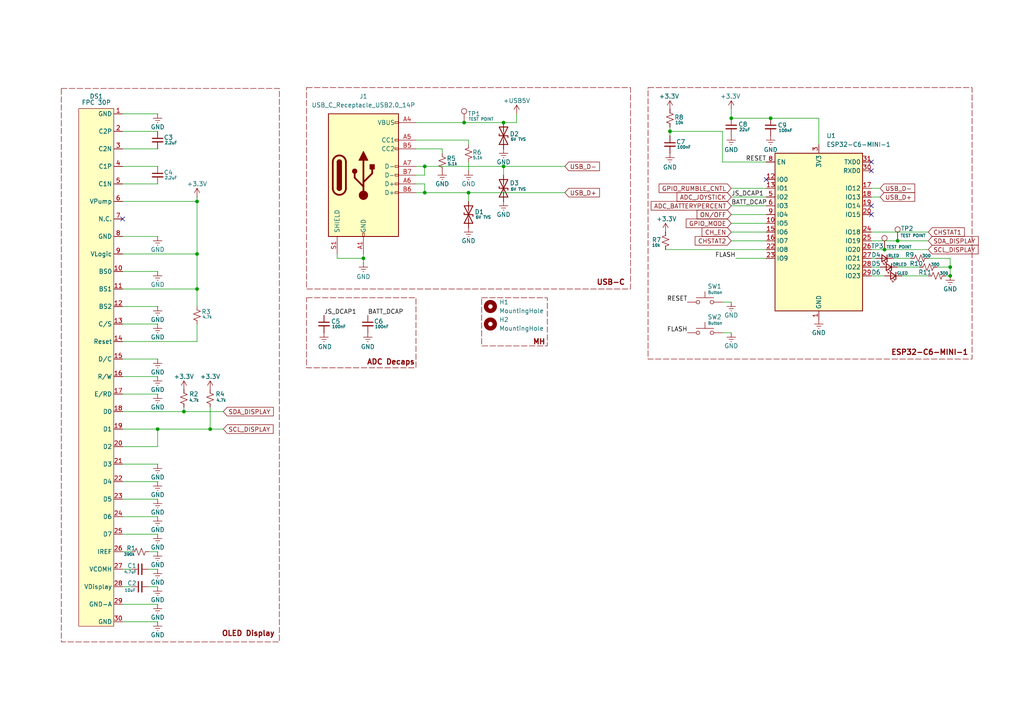
<source format=kicad_sch>
(kicad_sch (version 20250114) (generator "eeschema") (generator_version "9.0")
  (paper "A4")
  (lib_symbols
    (symbol "Connector:TestPoint" (pin_numbers (hide yes)) (pin_names (offset 0.762) (hide yes))
      (property "Reference" "TP" (at 0 6.858 0))
      (property "Value" "TestPoint" (at 0 5.08 0))
      (symbol "TestPoint_0_1"
        (circle (center 0 3.302) (radius 0.762))
      )
      (symbol "TestPoint_1_1"
        (pin passive line (at 0 0 90) (length 2.54) (name "1") (number "1"))
      )
    )
    (symbol "Connector:USB_C_Receptacle_USB2.0_14P" (pin_names (offset 1.016))
      (property "Reference" "J" (at 0 22.225 0))
      (property "Value" "USB_C_Receptacle_USB2.0_14P" (at 0 19.685 0))
      (symbol "USB_C_Receptacle_USB2.0_14P_0_0"
        (rectangle (start -0.254 -17.78) (end 0.254 -16.764))
        (rectangle (start 10.16 15.494) (end 9.144 14.986))
        (rectangle (start 10.16 10.414) (end 9.144 9.906))
        (rectangle (start 10.16 7.874) (end 9.144 7.366))
        (rectangle (start 10.16 2.794) (end 9.144 2.286))
        (rectangle (start 10.16 0.254) (end 9.144 -0.254))
        (rectangle (start 10.16 -2.286) (end 9.144 -2.794))
        (rectangle (start 10.16 -4.826) (end 9.144 -5.334))
      )
      (symbol "USB_C_Receptacle_USB2.0_14P_0_1"
        (rectangle (start -10.16 17.78) (end 10.16 -17.78) (stroke (width 0.254)) (fill (type background)))
        (polyline (pts (xy -8.89 -3.81) (xy -8.89 3.81)) (stroke (width 0.508)))
        (rectangle (start -7.62 -3.81) (end -6.35 3.81) (stroke (width 0.254)) (fill (type outline)))
        (arc (start -7.62 3.81) (mid -6.985 4.4423) (end -6.35 3.81) (stroke (width 0.254)))
        (arc (start -7.62 3.81) (mid -6.985 4.4423) (end -6.35 3.81) (stroke (width 0.254)) (fill (type outline)))
        (arc (start -8.89 3.81) (mid -6.985 5.7067) (end -5.08 3.81) (stroke (width 0.508)))
        (arc (start -5.08 -3.81) (mid -6.985 -5.7067) (end -8.89 -3.81) (stroke (width 0.508)))
        (arc (start -6.35 -3.81) (mid -6.985 -4.4423) (end -7.62 -3.81) (stroke (width 0.254)))
        (arc (start -6.35 -3.81) (mid -6.985 -4.4423) (end -7.62 -3.81) (stroke (width 0.254)) (fill (type outline)))
        (polyline (pts (xy -5.08 3.81) (xy -5.08 -3.81)) (stroke (width 0.508)))
        (circle (center -2.54 1.143) (radius 0.635) (stroke (width 0.254)) (fill (type outline)))
        (polyline (pts (xy -1.27 4.318) (xy 0 6.858) (xy 1.27 4.318) (xy -1.27 4.318)) (stroke (width 0.254)) (fill (type outline)))
        (polyline (pts (xy 0 -2.032) (xy 2.54 0.508) (xy 2.54 1.778)) (stroke (width 0.508)))
        (polyline (pts (xy 0 -3.302) (xy -2.54 -0.762) (xy -2.54 0.508)) (stroke (width 0.508)))
        (polyline (pts (xy 0 -5.842) (xy 0 4.318)) (stroke (width 0.508)))
        (circle (center 0 -5.842) (radius 1.27) (fill (type outline)))
        (rectangle (start 1.905 1.778) (end 3.175 3.048) (stroke (width 0.254)) (fill (type outline)))
      )
      (symbol "USB_C_Receptacle_USB2.0_14P_1_1"
        (pin passive line (at -7.62 -22.86 90) (length 5.08) (name "SHIELD") (number "S1"))
        (pin passive line (at 0 -22.86 90) (length 5.08) (name "GND") (number "A1"))
        (pin passive line (at 0 -22.86 90) (length 5.08) (hide yes) (name "GND") (number "A12"))
        (pin passive line (at 0 -22.86 90) (length 5.08) (hide yes) (name "GND") (number "B1"))
        (pin passive line (at 0 -22.86 90) (length 5.08) (hide yes) (name "GND") (number "B12"))
        (pin passive line (at 15.24 15.24 180) (length 5.08) (name "VBUS") (number "A4"))
        (pin passive line (at 15.24 15.24 180) (length 5.08) (hide yes) (name "VBUS") (number "A9"))
        (pin passive line (at 15.24 15.24 180) (length 5.08) (hide yes) (name "VBUS") (number "B4"))
        (pin passive line (at 15.24 15.24 180) (length 5.08) (hide yes) (name "VBUS") (number "B9"))
        (pin bidirectional line (at 15.24 10.16 180) (length 5.08) (name "CC1") (number "A5"))
        (pin bidirectional line (at 15.24 7.62 180) (length 5.08) (name "CC2") (number "B5"))
        (pin bidirectional line (at 15.24 2.54 180) (length 5.08) (name "D-") (number "A7"))
        (pin bidirectional line (at 15.24 0 180) (length 5.08) (name "D-") (number "B7"))
        (pin bidirectional line (at 15.24 -2.54 180) (length 5.08) (name "D+") (number "A6"))
        (pin bidirectional line (at 15.24 -5.08 180) (length 5.08) (name "D+") (number "B6"))
      )
    )
    (symbol "Device:C_Small" (pin_numbers (hide yes)) (pin_names (offset 0.254) (hide yes))
      (property "Reference" "C" (at 0.254 1.778 0))
      (property "Value" "C_Small" (at 0.254 -2.032 0))
      (symbol "C_Small_0_1"
        (polyline (pts (xy -1.524 0.508) (xy 1.524 0.508)) (stroke (width 0.3048)))
        (polyline (pts (xy -1.524 -0.508) (xy 1.524 -0.508)) (stroke (width 0.3302)))
      )
      (symbol "C_Small_1_1"
        (pin passive line (at 0 2.54 270) (length 2.032) (name "~") (number "1"))
        (pin passive line (at 0 -2.54 90) (length 2.032) (name "~") (number "2"))
      )
    )
    (symbol "Device:D_TVS" (pin_numbers (hide yes)) (pin_names (offset 1.016) (hide yes))
      (property "Reference" "D" (at 0 2.54 0))
      (property "Value" "D_TVS" (at 0 -2.54 0))
      (symbol "D_TVS_0_1"
        (polyline (pts (xy -2.54 1.27) (xy -2.54 -1.27) (xy 2.54 1.27) (xy 2.54 -1.27) (xy -2.54 1.27)) (stroke (width 0.254)))
        (polyline (pts (xy 0.508 1.27) (xy 0 1.27) (xy 0 -1.27) (xy -0.508 -1.27)) (stroke (width 0.254)))
        (polyline (pts (xy 1.27 0) (xy -1.27 0)))
      )
      (symbol "D_TVS_1_1"
        (pin passive line (at -3.81 0 0) (length 2.54) (name "A1") (number "1"))
        (pin passive line (at 3.81 0 180) (length 2.54) (name "A2") (number "2"))
      )
    )
    (symbol "Device:LED_Small" (pin_numbers (hide yes)) (pin_names (offset 0.254) (hide yes))
      (property "Reference" "D" (at -1.27 3.175 0))
      (property "Value" "LED_Small" (at -4.445 -2.54 0))
      (symbol "LED_Small_0_1"
        (polyline (pts (xy -0.762 -1.016) (xy -0.762 1.016)) (stroke (width 0.254)))
        (polyline (pts (xy 0 0.762) (xy -0.508 1.27) (xy -0.254 1.27) (xy -0.508 1.27) (xy -0.508 1.016)))
        (polyline (pts (xy 0.508 1.27) (xy 0 1.778) (xy 0.254 1.778) (xy 0 1.778) (xy 0 1.524)))
        (polyline (pts (xy 0.762 -1.016) (xy -0.762 0) (xy 0.762 1.016) (xy 0.762 -1.016)) (stroke (width 0.254)))
        (polyline (pts (xy 1.016 0) (xy -0.762 0)))
      )
      (symbol "LED_Small_1_1"
        (pin passive line (at -2.54 0 0) (length 1.778) (name "K") (number "1"))
        (pin passive line (at 2.54 0 180) (length 1.778) (name "A") (number "2"))
      )
    )
    (symbol "Device:R_Small_US" (pin_numbers (hide yes)) (pin_names (offset 0.254) (hide yes))
      (property "Reference" "R" (at 0.762 0.508 0))
      (property "Value" "R_Small_US" (at 0.762 -1.016 0))
      (symbol "R_Small_US_1_1"
        (polyline (pts (xy 0 1.524) (xy 1.016 1.143) (xy 0 0.762) (xy -1.016 0.381) (xy 0 0)))
        (polyline (pts (xy 0 0) (xy 1.016 -0.381) (xy 0 -0.762) (xy -1.016 -1.143) (xy 0 -1.524)))
        (pin passive line (at 0 2.54 270) (length 1.016) (name "~") (number "1"))
        (pin passive line (at 0 -2.54 90) (length 1.016) (name "~") (number "2"))
      )
    )
    (symbol "Mechanical:MountingHole" (pin_names (offset 1.016)) (exclude_from_sim yes) (in_bom no)
      (property "Reference" "H" (at 0 5.08 0))
      (property "Value" "MountingHole" (at 0 3.175 0))
      (symbol "MountingHole_0_1"
        (circle (center 0 0) (radius 1.27) (stroke (width 1.27)))
      )
    )
    (symbol "RC_Lib:ER-OLED013A1-1W_SSD1306"
      (property "Reference" "DS2" (at 0 76.2 0))
      (property "Value" "FPC 0.7mm 30P" (at 0 74.422 0))
      (symbol "ER-OLED013A1-1W_SSD1306_0_0"
        (pin passive line (at 7.62 71.12 180) (length 2.54) (name "GND") (number "1"))
        (pin passive line (at 7.62 66.04 180) (length 2.54) (name "C2P") (number "2"))
        (pin passive line (at 7.62 60.96 180) (length 2.54) (name "C2N") (number "3"))
        (pin passive line (at 7.62 55.88 180) (length 2.54) (name "C1P") (number "4"))
        (pin passive line (at 7.62 50.8 180) (length 2.54) (name "C1N") (number "5"))
        (pin passive line (at 7.62 45.72 180) (length 2.54) (name "VPump") (number "6"))
        (pin passive line (at 7.62 40.64 180) (length 2.54) (name "N.C.") (number "7"))
        (pin passive line (at 7.62 35.56 180) (length 2.54) (name "GND") (number "8"))
        (pin passive line (at 7.62 30.48 180) (length 2.54) (name "VLogic") (number "9"))
        (pin passive line (at 7.62 25.4 180) (length 2.54) (name "BS0") (number "10"))
        (pin passive line (at 7.62 20.32 180) (length 2.54) (name "BS1") (number "11"))
        (pin passive line (at 7.62 15.24 180) (length 2.54) (name "BS2") (number "12"))
        (pin passive line (at 7.62 10.16 180) (length 2.54) (name "C/S") (number "13"))
        (pin passive line (at 7.62 5.08 180) (length 2.54) (name "Reset") (number "14"))
        (pin passive line (at 7.62 0 180) (length 2.54) (name "D/C") (number "15"))
        (pin passive line (at 7.62 -5.08 180) (length 2.54) (name "R/W") (number "16"))
        (pin passive line (at 7.62 -10.16 180) (length 2.54) (name "E/RD") (number "17"))
        (pin passive line (at 7.62 -15.24 180) (length 2.54) (name "D0") (number "18"))
        (pin passive line (at 7.62 -20.32 180) (length 2.54) (name "D1") (number "19"))
        (pin passive line (at 7.62 -25.4 180) (length 2.54) (name "D2") (number "20"))
        (pin passive line (at 7.62 -30.48 180) (length 2.54) (name "D3") (number "21"))
        (pin passive line (at 7.62 -35.56 180) (length 2.54) (name "D4") (number "22"))
        (pin passive line (at 7.62 -40.64 180) (length 2.54) (name "D5") (number "23"))
        (pin passive line (at 7.62 -45.72 180) (length 2.54) (name "D6") (number "24"))
        (pin passive line (at 7.62 -50.8 180) (length 2.54) (name "D7") (number "25"))
        (pin passive line (at 7.62 -55.88 180) (length 2.54) (name "IREF") (number "26"))
        (pin passive line (at 7.62 -60.96 180) (length 2.54) (name "VCOMH") (number "27"))
        (pin passive line (at 7.62 -66.04 180) (length 2.54) (name "VDisplay") (number "28"))
        (pin passive line (at 7.62 -71.12 180) (length 2.54) (name "GND-A") (number "29"))
        (pin passive line (at 7.62 -76.2 180) (length 2.54) (name "GND") (number "30"))
      )
      (symbol "ER-OLED013A1-1W_SSD1306_1_1"
        (rectangle (start -5.08 72.644) (end 5.08 -77.47) (fill (type background)))
      )
    )
    (symbol "RF_Module:ESP32-C6-MINI-1"
      (property "Reference" "U" (at -11.43 24.13 0))
      (property "Value" "ESP32-C6-MINI-1" (at 12.7 24.13 0))
      (symbol "ESP32-C6-MINI-1_0_1"
        (rectangle (start -12.7 22.86) (end 12.7 -22.86) (stroke (width 0.254)) (fill (type background)))
      )
      (symbol "ESP32-C6-MINI-1_1_1"
        (pin input line (at -15.24 20.32 0) (length 2.54) (name "EN") (number "8"))
        (pin bidirectional line (at -15.24 15.24 0) (length 2.54) (name "IO0") (number "12"))
        (pin bidirectional line (at -15.24 12.7 0) (length 2.54) (name "IO1") (number "13"))
        (pin bidirectional line (at -15.24 10.16 0) (length 2.54) (name "IO2") (number "5"))
        (pin bidirectional line (at -15.24 7.62 0) (length 2.54) (name "IO3") (number "6"))
        (pin bidirectional line (at -15.24 5.08 0) (length 2.54) (name "IO4") (number "9"))
        (pin bidirectional line (at -15.24 2.54 0) (length 2.54) (name "IO5") (number "10"))
        (pin bidirectional line (at -15.24 0 0) (length 2.54) (name "IO6") (number "15"))
        (pin bidirectional line (at -15.24 -2.54 0) (length 2.54) (name "IO7") (number "16"))
        (pin bidirectional line (at -15.24 -5.08 0) (length 2.54) (name "IO8") (number "22"))
        (pin bidirectional line (at -15.24 -7.62 0) (length 2.54) (name "IO9") (number "23"))
        (pin no_connect line (at -12.7 -12.7 0) (length 2.54) (hide yes) (name "NC") (number "32"))
        (pin no_connect line (at -12.7 -15.24 0) (length 2.54) (hide yes) (name "NC") (number "33"))
        (pin no_connect line (at -12.7 -17.78 0) (length 2.54) (hide yes) (name "NC") (number "34"))
        (pin no_connect line (at -12.7 -20.32 0) (length 2.54) (hide yes) (name "NC") (number "35"))
        (pin power_in line (at 0 25.4 270) (length 2.54) (name "3V3") (number "3"))
        (pin power_in line (at 0 -25.4 90) (length 2.54) (name "GND") (number "1"))
        (pin passive line (at 0 -25.4 90) (length 2.54) (hide yes) (name "GND") (number "11"))
        (pin passive line (at 0 -25.4 90) (length 2.54) (hide yes) (name "GND") (number "14"))
        (pin passive line (at 0 -25.4 90) (length 2.54) (hide yes) (name "GND") (number "2"))
        (pin passive line (at 0 -25.4 90) (length 2.54) (hide yes) (name "GND") (number "36"))
        (pin passive line (at 0 -25.4 90) (length 2.54) (hide yes) (name "GND") (number "37"))
        (pin passive line (at 0 -25.4 90) (length 2.54) (hide yes) (name "GND") (number "38"))
        (pin passive line (at 0 -25.4 90) (length 2.54) (hide yes) (name "GND") (number "39"))
        (pin passive line (at 0 -25.4 90) (length 2.54) (hide yes) (name "GND") (number "40"))
        (pin passive line (at 0 -25.4 90) (length 2.54) (hide yes) (name "GND") (number "41"))
        (pin passive line (at 0 -25.4 90) (length 2.54) (hide yes) (name "GND") (number "42"))
        (pin passive line (at 0 -25.4 90) (length 2.54) (hide yes) (name "GND") (number "43"))
        (pin passive line (at 0 -25.4 90) (length 2.54) (hide yes) (name "GND") (number "44"))
        (pin passive line (at 0 -25.4 90) (length 2.54) (hide yes) (name "GND") (number "45"))
        (pin passive line (at 0 -25.4 90) (length 2.54) (hide yes) (name "GND") (number "46"))
        (pin passive line (at 0 -25.4 90) (length 2.54) (hide yes) (name "GND") (number "47"))
        (pin passive line (at 0 -25.4 90) (length 2.54) (hide yes) (name "GND") (number "48"))
        (pin passive line (at 0 -25.4 90) (length 2.54) (hide yes) (name "GND") (number "49"))
        (pin passive line (at 0 -25.4 90) (length 2.54) (hide yes) (name "GND") (number "50"))
        (pin passive line (at 0 -25.4 90) (length 2.54) (hide yes) (name "GND") (number "51"))
        (pin passive line (at 0 -25.4 90) (length 2.54) (hide yes) (name "GND") (number "52"))
        (pin passive line (at 0 -25.4 90) (length 2.54) (hide yes) (name "GND") (number "53"))
        (pin no_connect line (at 12.7 -15.24 180) (length 2.54) (hide yes) (name "NC") (number "4"))
        (pin no_connect line (at 12.7 -17.78 180) (length 2.54) (hide yes) (name "NC") (number "7"))
        (pin no_connect line (at 12.7 -20.32 180) (length 2.54) (hide yes) (name "NC") (number "21"))
        (pin bidirectional line (at 15.24 20.32 180) (length 2.54) (name "TXD0") (number "31"))
        (pin bidirectional line (at 15.24 17.78 180) (length 2.54) (name "RXD0") (number "30"))
        (pin bidirectional line (at 15.24 12.7 180) (length 2.54) (name "IO12") (number "17"))
        (pin bidirectional line (at 15.24 10.16 180) (length 2.54) (name "IO13") (number "18"))
        (pin bidirectional line (at 15.24 7.62 180) (length 2.54) (name "IO14") (number "19"))
        (pin bidirectional line (at 15.24 5.08 180) (length 2.54) (name "IO15") (number "20"))
        (pin bidirectional line (at 15.24 0 180) (length 2.54) (name "IO18") (number "24"))
        (pin bidirectional line (at 15.24 -2.54 180) (length 2.54) (name "IO19") (number "25"))
        (pin bidirectional line (at 15.24 -5.08 180) (length 2.54) (name "IO20") (number "26"))
        (pin bidirectional line (at 15.24 -7.62 180) (length 2.54) (name "IO21") (number "27"))
        (pin bidirectional line (at 15.24 -10.16 180) (length 2.54) (name "IO22") (number "28"))
        (pin bidirectional line (at 15.24 -12.7 180) (length 2.54) (name "IO23") (number "29"))
      )
    )
    (symbol "Switch:SW_Push" (pin_numbers (hide yes)) (pin_names (offset 1.016) (hide yes))
      (property "Reference" "SW" (at 1.27 2.54 0))
      (property "Value" "SW_Push" (at 0 -1.524 0))
      (symbol "SW_Push_0_1"
        (circle (center -2.032 0) (radius 0.508))
        (polyline (pts (xy 0 1.27) (xy 0 3.048)))
        (circle (center 2.032 0) (radius 0.508))
        (polyline (pts (xy 2.54 1.27) (xy -2.54 1.27)))
        (pin passive line (at -5.08 0 0) (length 2.54) (name "1") (number "1"))
        (pin passive line (at 5.08 0 180) (length 2.54) (name "2") (number "2"))
      )
    )
    (symbol "power:+3.3V" (power) (pin_numbers (hide yes)) (pin_names (offset 0) (hide yes))
      (property "Value" "+3.3V" (at 0 3.556 0))
      (symbol "+3.3V_0_1"
        (polyline (pts (xy -0.762 1.27) (xy 0 2.54)))
        (polyline (pts (xy 0 2.54) (xy 0.762 1.27)))
        (polyline (pts (xy 0 0) (xy 0 2.54)))
      )
      (symbol "+3.3V_1_1"
        (pin power_in line (at 0 0 90) (length 0) (name "~") (number "1"))
      )
    )
    (symbol "power:+5V" (power) (pin_numbers (hide yes)) (pin_names (offset 0) (hide yes))
      (property "Value" "+5V" (at 0 3.556 0))
      (symbol "+5V_0_1"
        (polyline (pts (xy -0.762 1.27) (xy 0 2.54)))
        (polyline (pts (xy 0 2.54) (xy 0.762 1.27)))
        (polyline (pts (xy 0 0) (xy 0 2.54)))
      )
      (symbol "+5V_1_1"
        (pin power_in line (at 0 0 90) (length 0) (name "~") (number "1"))
      )
    )
    (symbol "power:Earth" (power) (pin_numbers (hide yes)) (pin_names (offset 0) (hide yes))
      (property "Value" "Earth" (at 0 -3.81 0))
      (symbol "Earth_0_1"
        (polyline (pts (xy -0.635 -1.905) (xy 0.635 -1.905)))
        (polyline (pts (xy -0.127 -2.54) (xy 0.127 -2.54)))
        (polyline (pts (xy 0 -1.27) (xy 0 0)))
        (polyline (pts (xy 1.27 -1.27) (xy -1.27 -1.27)))
      )
      (symbol "Earth_1_1"
        (pin power_in line (at 0 0 270) (length 0) (name "~") (number "1"))
      )
    )
  )
  (rectangle (start 139.7 86.36) (end 158.75 100.33) (stroke (width 0) (type dash) (color 132 0 0 1)))
  (rectangle (start 88.9 25.4) (end 182.88 83.82) (stroke (width 0) (type dash) (color 132 0 0 1)))
  (rectangle (start 17.78 25.654) (end 81.026 186.182) (stroke (width 0) (type dash) (color 132 0 0 1)))
  (rectangle (start 187.96 25.4) (end 281.94 104.14) (stroke (width 0) (type dash) (color 132 0 0 1)))
  (rectangle (start 88.9 86.36) (end 120.65 106.68) (stroke (width 0) (type dash) (color 132 0 0 1)))
  (text "USB-C" (at 181.356 82.042 0) (effects (font (size 1.524 1.524) (thickness 0.3048) (bold yes)) (justify right)))
  (text "ESP32-C6-MINI-1" (at 280.924 102.362 0) (effects (font (size 1.524 1.524) (thickness 0.3048) (bold yes)) (justify right)))
  (text "ADC Decaps" (at 120.396 105.156 0) (effects (font (size 1.524 1.524) (thickness 0.3048) (bold yes)) (justify right)))
  (text "OLED Display" (at 79.756 183.896 0) (effects (font (size 1.524 1.524) (thickness 0.3048) (bold yes)) (justify right)))
  (text "MH" (at 158.242 99.314 0) (effects (font (size 1.524 1.524) (thickness 0.3048) (bold yes)) (justify right)))
  (junction (at 275.59 77.47))
  (junction (at 134.62 35.56))
  (junction (at 212.09 34.29))
  (junction (at 123.19 48.26))
  (junction (at 135.89 55.88))
  (junction (at 146.05 48.26))
  (junction (at 260.35 69.85))
  (junction (at 57.15 73.66))
  (junction (at 123.19 55.88))
  (junction (at 146.05 35.56))
  (junction (at 223.52 34.29))
  (junction (at 60.96 124.46))
  (junction (at 57.15 58.42))
  (junction (at 256.54 72.39))
  (junction (at 275.59 80.01))
  (junction (at 105.41 74.93))
  (junction (at 194.31 38.1))
  (junction (at 53.34 119.38))
  (junction (at 57.15 83.82))
  (junction (at 45.72 124.46))
  (no_connect (at 252.73 46.99))
  (no_connect (at 252.73 59.69))
  (no_connect (at 35.56 63.5))
  (no_connect (at 252.73 49.53))
  (no_connect (at 222.25 52.07))
  (no_connect (at 252.73 62.23))
  (wire (pts (xy 105.41 74.93) (xy 105.41 73.66)))
  (wire (pts (xy 255.27 77.47) (xy 252.73 77.47)))
  (wire (pts (xy 134.62 35.56) (xy 146.05 35.56)))
  (wire (pts (xy 35.56 83.82) (xy 57.15 83.82)))
  (wire (pts (xy 123.19 55.88) (xy 120.65 55.88)))
  (wire (pts (xy 212.09 59.69) (xy 222.25 59.69)))
  (wire (pts (xy 120.65 35.56) (xy 134.62 35.56)))
  (wire (pts (xy 45.72 109.22) (xy 35.56 109.22)))
  (wire (pts (xy 212.09 87.63) (xy 209.55 87.63)))
  (wire (pts (xy 120.65 53.34) (xy 123.19 53.34)))
  (wire (pts (xy 260.35 69.85) (xy 269.24 69.85)))
  (wire (pts (xy 193.04 72.39) (xy 222.25 72.39)))
  (wire (pts (xy 212.09 31.75) (xy 212.09 34.29)))
  (wire (pts (xy 45.72 124.46) (xy 45.72 129.54)))
  (wire (pts (xy 64.77 124.46) (xy 60.96 124.46)))
  (wire (pts (xy 275.59 77.47) (xy 275.59 80.01)))
  (wire (pts (xy 135.89 40.64) (xy 135.89 41.91)))
  (wire (pts (xy 256.54 80.01) (xy 252.73 80.01)))
  (wire (pts (xy 209.55 38.1) (xy 209.55 46.99)))
  (wire (pts (xy 60.96 118.11) (xy 60.96 124.46)))
  (wire (pts (xy 57.15 73.66) (xy 57.15 58.42)))
  (wire (pts (xy 123.19 48.26) (xy 123.19 50.8)))
  (wire (pts (xy 212.09 34.29) (xy 223.52 34.29)))
  (wire (pts (xy 252.73 72.39) (xy 256.54 72.39)))
  (wire (pts (xy 212.09 57.15) (xy 222.25 57.15)))
  (wire (pts (xy 45.72 170.18) (xy 43.18 170.18)))
  (wire (pts (xy 45.72 165.1) (xy 43.18 165.1)))
  (wire (pts (xy 213.36 74.93) (xy 222.25 74.93)))
  (wire (pts (xy 212.09 96.52) (xy 209.55 96.52)))
  (wire (pts (xy 120.65 40.64) (xy 135.89 40.64)))
  (wire (pts (xy 212.09 67.31) (xy 222.25 67.31)))
  (wire (pts (xy 45.72 160.02) (xy 43.18 160.02)))
  (wire (pts (xy 45.72 114.3) (xy 35.56 114.3)))
  (wire (pts (xy 45.72 149.86) (xy 35.56 149.86)))
  (wire (pts (xy 45.72 104.14) (xy 35.56 104.14)))
  (wire (pts (xy 97.79 74.93) (xy 97.79 73.66)))
  (wire (pts (xy 194.31 38.1) (xy 209.55 38.1)))
  (wire (pts (xy 146.05 48.26) (xy 146.05 50.8)))
  (wire (pts (xy 120.65 48.26) (xy 123.19 48.26)))
  (wire (pts (xy 35.56 124.46) (xy 45.72 124.46)))
  (wire (pts (xy 223.52 34.29) (xy 237.49 34.29)))
  (wire (pts (xy 45.72 78.74) (xy 35.56 78.74)))
  (wire (pts (xy 45.72 68.58) (xy 35.56 68.58)))
  (wire (pts (xy 135.89 55.88) (xy 135.89 58.42)))
  (wire (pts (xy 269.24 74.93) (xy 275.59 74.93)))
  (wire (pts (xy 123.19 50.8) (xy 120.65 50.8)))
  (wire (pts (xy 146.05 48.26) (xy 163.83 48.26)))
  (wire (pts (xy 45.72 139.7) (xy 35.56 139.7)))
  (wire (pts (xy 135.89 55.88) (xy 163.83 55.88)))
  (wire (pts (xy 45.72 144.78) (xy 35.56 144.78)))
  (wire (pts (xy 212.09 64.77) (xy 222.25 64.77)))
  (wire (pts (xy 53.34 119.38) (xy 35.56 119.38)))
  (wire (pts (xy 60.96 124.46) (xy 45.72 124.46)))
  (wire (pts (xy 38.1 170.18) (xy 35.56 170.18)))
  (wire (pts (xy 212.09 54.61) (xy 222.25 54.61)))
  (wire (pts (xy 35.56 99.06) (xy 57.15 99.06)))
  (wire (pts (xy 45.72 33.02) (xy 35.56 33.02)))
  (wire (pts (xy 35.56 73.66) (xy 57.15 73.66)))
  (wire (pts (xy 45.72 93.98) (xy 35.56 93.98)))
  (wire (pts (xy 252.73 69.85) (xy 260.35 69.85)))
  (wire (pts (xy 53.34 119.38) (xy 64.77 119.38)))
  (wire (pts (xy 38.1 160.02) (xy 35.56 160.02)))
  (wire (pts (xy 275.59 80.01) (xy 274.32 80.01)))
  (wire (pts (xy 146.05 35.56) (xy 149.86 35.56)))
  (wire (pts (xy 135.89 49.53) (xy 135.89 46.99)))
  (wire (pts (xy 35.56 180.34) (xy 45.72 180.34)))
  (wire (pts (xy 45.72 88.9) (xy 35.56 88.9)))
  (wire (pts (xy 123.19 55.88) (xy 135.89 55.88)))
  (wire (pts (xy 45.72 175.26) (xy 35.56 175.26)))
  (wire (pts (xy 120.65 43.18) (xy 128.27 43.18)))
  (wire (pts (xy 149.86 33.02) (xy 149.86 35.56)))
  (wire (pts (xy 53.34 118.11) (xy 53.34 119.38)))
  (wire (pts (xy 209.55 46.99) (xy 222.25 46.99)))
  (wire (pts (xy 271.78 77.47) (xy 275.59 77.47)))
  (wire (pts (xy 194.31 39.37) (xy 194.31 38.1)))
  (wire (pts (xy 212.09 69.85) (xy 222.25 69.85)))
  (wire (pts (xy 123.19 48.26) (xy 146.05 48.26)))
  (wire (pts (xy 57.15 88.9) (xy 57.15 83.82)))
  (wire (pts (xy 128.27 43.18) (xy 128.27 44.45)))
  (wire (pts (xy 45.72 154.94) (xy 35.56 154.94)))
  (wire (pts (xy 45.72 43.18) (xy 35.56 43.18)))
  (wire (pts (xy 264.16 74.93) (xy 259.08 74.93)))
  (wire (pts (xy 266.7 77.47) (xy 260.35 77.47)))
  (wire (pts (xy 57.15 58.42) (xy 35.56 58.42)))
  (wire (pts (xy 57.15 83.82) (xy 57.15 73.66)))
  (wire (pts (xy 275.59 74.93) (xy 275.59 77.47)))
  (wire (pts (xy 38.1 165.1) (xy 35.56 165.1)))
  (wire (pts (xy 255.27 57.15) (xy 252.73 57.15)))
  (wire (pts (xy 97.79 74.93) (xy 105.41 74.93)))
  (wire (pts (xy 45.72 38.1) (xy 35.56 38.1)))
  (wire (pts (xy 35.56 129.54) (xy 45.72 129.54)))
  (wire (pts (xy 256.54 72.39) (xy 269.24 72.39)))
  (wire (pts (xy 45.72 48.26) (xy 35.56 48.26)))
  (wire (pts (xy 237.49 34.29) (xy 237.49 41.91)))
  (wire (pts (xy 269.24 67.31) (xy 252.73 67.31)))
  (wire (pts (xy 57.15 99.06) (xy 57.15 93.98)))
  (wire (pts (xy 254 74.93) (xy 252.73 74.93)))
  (wire (pts (xy 255.27 54.61) (xy 252.73 54.61)))
  (wire (pts (xy 194.31 36.83) (xy 194.31 38.1)))
  (wire (pts (xy 57.15 57.15) (xy 57.15 58.42)))
  (wire (pts (xy 212.09 62.23) (xy 222.25 62.23)))
  (wire (pts (xy 123.19 53.34) (xy 123.19 55.88)))
  (wire (pts (xy 45.72 53.34) (xy 35.56 53.34)))
  (wire (pts (xy 45.72 134.62) (xy 35.56 134.62)))
  (wire (pts (xy 269.24 80.01) (xy 261.62 80.01)))
  (wire (pts (xy 105.41 76.2) (xy 105.41 74.93)))
  (label "RESET" (at 222.25 46.99 180) (effects (font (thickness 0.1588))))
  (label "RESET" (at 199.39 87.63 180) (effects (font (thickness 0.1588))))
  (label "JS_DCAP1" (at 93.98 91.44 0))
  (label "JS_DCAP1" (at 212.09 57.15 0))
  (label "BATT_DCAP" (at 212.09 59.69 0))
  (label "FLASH" (at 199.39 96.52 180) (effects (font (thickness 0.1588))))
  (label "FLASH" (at 213.36 74.93 180) (effects (font (thickness 0.1588))))
  (label "BATT_DCAP" (at 106.68 91.44 0))
  (global_label "USB_D+" (shape input) (at 163.83 55.88 0) (property "Intersheetrefs" "${INTERSHEET_REFS}" (effects (hide yes))))
  (global_label "GPIO_RUMBLE_CNTL" (shape input) (at 212.09 54.61 180) (property "Intersheetrefs" "${INTERSHEET_REFS}" (effects (hide yes))))
  (global_label "SCL_DISPLAY" (shape input) (at 269.24 72.39 0) (property "Intersheetrefs" "${INTERSHEET_REFS}" (effects (hide yes))))
  (global_label "GPIO_MODE" (shape input) (at 212.09 64.77 180) (property "Intersheetrefs" "${INTERSHEET_REFS}" (effects (hide yes))))
  (global_label "ADC_JOYSTICK" (shape input) (at 212.09 57.15 180) (property "Intersheetrefs" "${INTERSHEET_REFS}" (effects (hide yes))))
  (global_label "CHSTAT1" (shape input) (at 269.24 67.31 0) (property "Intersheetrefs" "${INTERSHEET_REFS}" (effects (hide yes))))
  (global_label "USB_D+" (shape input) (at 255.27 57.15 0) (property "Intersheetrefs" "${INTERSHEET_REFS}" (effects (hide yes))))
  (global_label "SCL_DISPLAY" (shape input) (at 64.77 124.46 0) (property "Intersheetrefs" "${INTERSHEET_REFS}" (effects (hide yes))))
  (global_label "ON{slash}OFF" (shape input) (at 212.09 62.23 180) (effects (font (thickness 0.1588))) (property "Intersheetrefs" "${INTERSHEET_REFS}" (effects (hide yes))))
  (global_label "SDA_DISPLAY" (shape input) (at 269.24 69.85 0) (property "Intersheetrefs" "${INTERSHEET_REFS}" (effects (hide yes))))
  (global_label "SDA_DISPLAY" (shape input) (at 64.77 119.38 0) (property "Intersheetrefs" "${INTERSHEET_REFS}" (effects (hide yes))))
  (global_label "USB_D-" (shape input) (at 163.83 48.26 0) (property "Intersheetrefs" "${INTERSHEET_REFS}" (effects (hide yes))))
  (global_label "ADC_BATTERYPERCENT" (shape input) (at 212.09 59.69 180) (property "Intersheetrefs" "${INTERSHEET_REFS}" (effects (hide yes))))
  (global_label "USB_D-" (shape input) (at 255.27 54.61 0) (property "Intersheetrefs" "${INTERSHEET_REFS}" (effects (hide yes))))
  (global_label "CH_EN" (shape input) (at 212.09 67.31 180) (property "Intersheetrefs" "${INTERSHEET_REFS}" (effects (hide yes))))
  (global_label "CHSTAT2" (shape input) (at 212.09 69.85 180) (property "Intersheetrefs" "${INTERSHEET_REFS}" (effects (hide yes))))
  (symbol (lib_id "Device:LED_Small") (at 259.08 80.01 180) (unit 1)
    (property "Reference" "D6" (at 252.73 78.994 0) (effects (justify right)))
    (property "Value" "GLED" (at 260.096 79.248 0) (effects (font (size 0.8467 0.8467)) (justify right)))
    (property "Footprint" "Diode_SMD:D_0402_1005Metric_Pad0.77x0.64mm_HandSolder" (effects (hide yes)))
    (property "Description" "Light emitting diode, small symbol" (effects (hide yes)))
    (property "LCSC#" "C131223" (effects (hide yes)))
    (property "MPN" "C131223" (effects (hide yes)))
  )
  (symbol (lib_id "power:Earth") (at 45.72 154.94 0) (unit 1)
    (property "Reference" "#PWR013" (effects (hide yes)))
    (property "Value" "GND" (at 45.72 158.75 0))
    (property "Description" "Power symbol creates a global label with name \"Earth\"" (effects (hide yes)))
  )
  (symbol (lib_id "Device:R_Small_US") (at 271.78 80.01 90) (unit 1)
    (property "Reference" "R11" (at 270.256 78.994 90) (effects (justify left)))
    (property "Value" "300" (at 275.082 79.248 90) (effects (font (size 0.8467 0.8467)) (justify left)))
    (property "Footprint" "Resistor_SMD:R_0402_1005Metric_Pad0.72x0.64mm_HandSolder" (effects (hide yes)))
    (property "Description" "Resistor, small US symbol" (effects (hide yes)))
    (property "LCSC#" "C852712" (effects (hide yes)))
    (property "MPN" "C852712" (effects (hide yes)))
  )
  (symbol (lib_id "Device:R_Small_US") (at 135.89 44.45 0) (mirror y) (unit 1)
    (property "Reference" "R6" (at 139.7 44.196 0) (effects (justify left)))
    (property "Value" "5.1k" (at 139.954 45.72 0) (effects (font (size 0.8467 0.8467)) (justify left)))
    (property "Footprint" "Resistor_SMD:R_0402_1005Metric_Pad0.72x0.64mm_HandSolder" (effects (hide yes)))
    (property "Datasheet" "https://www.lcsc.com/datasheet/lcsc_datasheet_2410121806_PANASONIC-ERA2AEB512X_C490833.pdf" (effects (hide yes)))
    (property "Description" "Resistor, small US symbol" (effects (hide yes)))
    (property "LCSC#" "C490833" (effects (hide yes)))
    (property "MPN" "C490833" (effects (hide yes)))
  )
  (symbol (lib_id "Connector:TestPoint") (at 256.54 72.39 0) (mirror y) (unit 1)
    (property "Reference" "TP3" (at 256.286 71.374 0) (effects (justify left)))
    (property "Value" "TEST POINT" (at 264.414 71.628 0) (effects (font (size 0.8467 0.8467)) (justify left)))
    (property "Footprint" "TestPoint:TestPoint_Pad_2.0x2.0mm" (effects (hide yes)))
    (property "Datasheet" "https://www.koaspeer.com/pdfs/RC.pdf" (effects (hide yes)))
    (property "Description" "test point" (effects (hide yes)))
  )
  (symbol (lib_id "power:Earth") (at 212.09 39.37 0) (unit 1)
    (property "Reference" "#PWR035" (effects (hide yes)))
    (property "Value" "GND" (at 212.09 43.434 0))
    (property "Description" "Power symbol creates a global label with name \"Earth\"" (effects (hide yes)))
  )
  (symbol (lib_id "Device:C_Small") (at 40.64 165.1 90) (unit 1)
    (property "Reference" "C1" (at 39.624 164.084 90) (effects (justify left)))
    (property "Value" "4.7uF" (at 39.624 165.862 90) (effects (font (size 0.8467 0.8467)) (justify left)))
    (property "Footprint" "Capacitor_SMD:C_0402_1005Metric_Pad0.74x0.62mm_HandSolder" (effects (hide yes)))
    (property "Description" "Unpolarized capacitor, small symbol" (effects (hide yes)))
    (property "LCSC#" "C12530" (effects (hide yes)))
    (property "MPN" "C12530" (effects (hide yes)))
  )
  (symbol (lib_id "Device:C_Small") (at 106.68 93.98 0) (unit 1)
    (property "Reference" "C6" (at 108.458 93.218 0) (effects (justify left)))
    (property "Value" "100nF" (at 108.712 94.742 0) (effects (font (size 0.8467 0.8467)) (justify left)))
    (property "Footprint" "Capacitor_SMD:C_0402_1005Metric_Pad0.74x0.62mm_HandSolder" (effects (hide yes)))
    (property "Description" "Unpolarized capacitor, small symbol" (effects (hide yes)))
    (property "LCSC#" "C1525" (effects (hide yes)))
    (property "MPN" "C1525" (effects (hide yes)))
  )
  (symbol (lib_id "Switch:SW_Push") (at 204.47 87.63 0) (unit 1)
    (property "Reference" "SW1" (at 209.296 83.058 0) (effects (justify right)))
    (property "Value" "Button" (at 209.55 84.836 0) (effects (font (size 0.8467 0.8467)) (justify right)))
    (property "Footprint" "footprints:SW-SMD_L3.9-W3.0-P4.45" (effects (hide yes)))
    (property "Datasheet" "https://www.lcsc.com/datasheet/lcsc_datasheet_2409302330_XUNPU-TS-1088-AR02016_C720477.pdf" (effects (hide yes)))
    (property "Description" "Push button switch, generic, two pins" (effects (hide yes)))
    (property "LCSC#" "C720477" (effects (hide yes)))
    (property "MPN" "C720477" (effects (hide yes)))
  )
  (symbol (lib_id "power:Earth") (at 45.72 78.74 0) (unit 1)
    (property "Reference" "#PWR03" (effects (hide yes)))
    (property "Value" "GND" (at 45.72 82.55 0))
    (property "Description" "Power symbol creates a global label with name \"Earth\"" (effects (hide yes)))
  )
  (symbol (lib_id "power:Earth") (at 45.72 104.14 0) (unit 1)
    (property "Reference" "#PWR06" (effects (hide yes)))
    (property "Value" "GND" (at 45.72 107.95 0))
    (property "Description" "Power symbol creates a global label with name \"Earth\"" (effects (hide yes)))
  )
  (symbol (lib_id "power:Earth") (at 135.89 66.04 0) (unit 1)
    (property "Reference" "#PWR027" (effects (hide yes)))
    (property "Value" "GND" (at 135.89 69.85 0))
    (property "Description" "Power symbol creates a global label with name \"Earth\"" (effects (hide yes)))
  )
  (symbol (lib_id "Device:C_Small") (at 93.98 93.98 0) (unit 1)
    (property "Reference" "C5" (at 96.012 93.218 0) (effects (justify left)))
    (property "Value" "100nF" (at 96.266 94.742 0) (effects (font (size 0.8467 0.8467)) (justify left)))
    (property "Footprint" "Capacitor_SMD:C_0402_1005Metric_Pad0.74x0.62mm_HandSolder" (effects (hide yes)))
    (property "Description" "Unpolarized capacitor, small symbol" (effects (hide yes)))
    (property "LCSC#" "C1525" (effects (hide yes)))
    (property "MPN" "C1525" (effects (hide yes)))
  )
  (symbol (lib_id "power:Earth") (at 212.09 87.63 0) (unit 1)
    (property "Reference" "#PWR036" (effects (hide yes)))
    (property "Value" "GND" (at 212.09 91.44 0))
    (property "Description" "Power symbol creates a global label with name \"Earth\"" (effects (hide yes)))
  )
  (symbol (lib_id "Device:C_Small") (at 45.72 40.64 0) (unit 1)
    (property "Reference" "C3" (at 47.498 39.878 0) (effects (justify left)))
    (property "Value" "2.2uF" (at 47.752 41.402 0) (effects (font (size 0.8467 0.8467)) (justify left)))
    (property "Footprint" "Capacitor_SMD:C_0402_1005Metric_Pad0.74x0.62mm_HandSolder" (effects (hide yes)))
    (property "Description" "Unpolarized capacitor, small symbol" (effects (hide yes)))
    (property "LCSC#" "C12530" (effects (hide yes)))
    (property "MPN" "C12530" (effects (hide yes)))
  )
  (symbol (lib_id "Device:D_TVS") (at 146.05 39.37 90) (unit 1)
    (property "Reference" "D2" (at 147.828 38.862 90) (effects (justify right)))
    (property "Value" "6V TVS" (at 148.082 40.386 90) (effects (font (size 0.8467 0.8467)) (justify right)))
    (property "Footprint" "Diode_SMD:D_0402_1005Metric_Pad0.77x0.64mm_HandSolder" (effects (hide yes)))
    (property "Datasheet" "https://www.lcsc.com/datasheet/lcsc_datasheet_2304171630_BORN-RCLAMP0521P-N_C316043.pdf" (effects (hide yes)))
    (property "Description" "Bidirectional transient-voltage-suppression diode" (effects (hide yes)))
    (property "LCSC#" "C316043" (effects (hide yes)))
    (property "MPN" "C316043" (effects (hide yes)))
  )
  (symbol (lib_id "Device:R_Small_US") (at 193.04 69.85 0) (mirror y) (unit 1)
    (property "Reference" "R7" (at 191.77 69.596 0) (effects (justify left)))
    (property "Value" "10k" (at 191.516 71.12 0) (effects (font (size 0.8467 0.8467)) (justify left)))
    (property "Footprint" "Resistor_SMD:R_0402_1005Metric_Pad0.72x0.64mm_HandSolder" (effects (hide yes)))
    (property "Datasheet" "https://www.lcsc.com/datasheet/lcsc_datasheet_2304140030_YAGEO-RT0402BRD0710KL_C190095.pdf" (effects (hide yes)))
    (property "Description" "Resistor, small US symbol" (effects (hide yes)))
    (property "LCSC#" "C190095" (effects (hide yes)))
    (property "MPN" "C190095" (effects (hide yes)))
  )
  (symbol (lib_id "power:+3.3V") (at 212.09 31.75 0) (unit 1)
    (property "Reference" "#PWR034" (effects (hide yes)))
    (property "Value" "+3.3V" (at 211.836 27.94 0))
    (property "Description" "Power symbol creates a global label with name \"+3.3V\"" (effects (hide yes)))
  )
  (symbol (lib_id "Device:D_TVS") (at 146.05 54.61 90) (unit 1)
    (property "Reference" "D3" (at 147.828 53.086 90) (effects (justify right)))
    (property "Value" "6V TVS" (at 148.082 54.864 90) (effects (font (size 0.8467 0.8467)) (justify right)))
    (property "Footprint" "Diode_SMD:D_0402_1005Metric_Pad0.77x0.64mm_HandSolder" (effects (hide yes)))
    (property "Datasheet" "https://www.lcsc.com/datasheet/lcsc_datasheet_2304171630_BORN-RCLAMP0521P-N_C316043.pdf" (effects (hide yes)))
    (property "Description" "Bidirectional transient-voltage-suppression diode" (effects (hide yes)))
    (property "LCSC#" "C316043" (effects (hide yes)))
    (property "MPN" "C316043" (effects (hide yes)))
  )
  (symbol (lib_id "power:Earth") (at 146.05 58.42 0) (unit 1)
    (property "Reference" "#PWR029" (effects (hide yes)))
    (property "Value" "GND" (at 146.05 62.23 0))
    (property "Description" "Power symbol creates a global label with name \"Earth\"" (effects (hide yes)))
  )
  (symbol (lib_id "power:Earth") (at 45.72 149.86 0) (unit 1)
    (property "Reference" "#PWR012" (effects (hide yes)))
    (property "Value" "GND" (at 45.72 153.67 0))
    (property "Description" "Power symbol creates a global label with name \"Earth\"" (effects (hide yes)))
  )
  (symbol (lib_id "RC_Lib:ER-OLED013A1-1W_SSD1306") (at 27.94 104.14 0) (unit 1)
    (property "Reference" "DS1" (at 27.94 27.94 0))
    (property "Value" "FPC 30P" (at 27.94 29.718 0))
    (property "Footprint" "footprints:FPC-30P-0.5mm" (effects (hide yes)))
    (property "Datasheet" "https://www.lcsc.com/datasheet/lcsc_datasheet_2411120957_XUNPU-FPC-05F-30PH20_C2856808.pdf" (effects (hide yes)))
    (property "LCSC#" "C2856808" (effects (hide yes)))
    (property "MPN" "C2856808" (effects (hide yes)))
  )
  (symbol (lib_id "power:Earth") (at 275.59 80.01 0) (unit 1)
    (property "Reference" "#PWR040" (effects (hide yes)))
    (property "Value" "GND" (at 275.59 83.82 0))
    (property "Description" "Power symbol creates a global label with name \"Earth\"" (effects (hide yes)))
  )
  (symbol (lib_id "power:Earth") (at 128.27 49.53 0) (unit 1)
    (property "Reference" "#PWR025" (effects (hide yes)))
    (property "Value" "GND" (at 128.27 53.34 0))
    (property "Description" "Power symbol creates a global label with name \"Earth\"" (effects (hide yes)))
  )
  (symbol (lib_id "power:Earth") (at 212.09 96.52 0) (unit 1)
    (property "Reference" "#PWR037" (effects (hide yes)))
    (property "Value" "GND" (at 212.09 100.33 0))
    (property "Description" "Power symbol creates a global label with name \"Earth\"" (effects (hide yes)))
  )
  (symbol (lib_id "Device:C_Small") (at 194.31 41.91 0) (unit 1)
    (property "Reference" "C7" (at 196.088 41.148 0) (effects (justify left)))
    (property "Value" "100nF" (at 196.342 42.672 0) (effects (font (size 0.8467 0.8467)) (justify left)))
    (property "Footprint" "Capacitor_SMD:C_0402_1005Metric_Pad0.74x0.62mm_HandSolder" (effects (hide yes)))
    (property "Description" "Unpolarized capacitor, small symbol" (effects (hide yes)))
    (property "LCSC#" "C1525" (effects (hide yes)))
    (property "MPN" "C1525" (effects (hide yes)))
  )
  (symbol (lib_id "power:Earth") (at 45.72 165.1 0) (unit 1)
    (property "Reference" "#PWR015" (effects (hide yes)))
    (property "Value" "GND" (at 45.72 168.91 0))
    (property "Description" "Power symbol creates a global label with name \"Earth\"" (effects (hide yes)))
  )
  (symbol (lib_id "power:Earth") (at 45.72 33.02 0) (unit 1)
    (property "Reference" "#PWR01" (effects (hide yes)))
    (property "Value" "GND" (at 45.72 36.83 0))
    (property "Description" "Power symbol creates a global label with name \"Earth\"" (effects (hide yes)))
  )
  (symbol (lib_id "power:+3.3V") (at 53.34 113.03 0) (unit 1)
    (property "Reference" "#PWR019" (effects (hide yes)))
    (property "Value" "+3.3V" (at 53.34 109.22 0))
    (property "Description" "Power symbol creates a global label with name \"+3.3V\"" (effects (hide yes)))
  )
  (symbol (lib_id "Device:R_Small_US") (at 269.24 77.47 90) (unit 1)
    (property "Reference" "R10" (at 267.716 76.454 90) (effects (justify left)))
    (property "Value" "300" (at 272.542 76.708 90) (effects (font (size 0.8467 0.8467)) (justify left)))
    (property "Footprint" "Resistor_SMD:R_0402_1005Metric_Pad0.72x0.64mm_HandSolder" (effects (hide yes)))
    (property "Description" "Resistor, small US symbol" (effects (hide yes)))
    (property "LCSC#" "C852712" (effects (hide yes)))
    (property "MPN" "C852712" (effects (hide yes)))
  )
  (symbol (lib_id "power:+5V") (at 149.86 33.02 0) (unit 1)
    (property "Reference" "#PWR030" (effects (hide yes)))
    (property "Value" "+USB5V" (at 149.86 29.21 0))
    (property "Description" "Power symbol creates a global label with name \"+5V\"" (effects (hide yes)))
  )
  (symbol (lib_id "power:Earth") (at 93.98 96.52 0) (unit 1)
    (property "Reference" "#PWR022" (effects (hide yes)))
    (property "Value" "GND" (at 94.234 100.584 0))
    (property "Description" "Power symbol creates a global label with name \"Earth\"" (effects (hide yes)))
  )
  (symbol (lib_id "Device:R_Small_US") (at 60.96 115.57 0) (unit 1)
    (property "Reference" "R4" (at 62.484 114.3 0) (effects (justify left)))
    (property "Value" "4.7k" (at 62.738 116.078 0) (effects (font (size 0.8467 0.8467)) (justify left)))
    (property "Footprint" "Resistor_SMD:R_0402_1005Metric_Pad0.72x0.64mm_HandSolder" (effects (hide yes)))
    (property "Datasheet" "https://www.lcsc.com/datasheet/lcsc_datasheet_2410121213_Viking-Tech-AR02BTC4701_C317921.pdf" (effects (hide yes)))
    (property "Description" "Resistor, small US symbol" (effects (hide yes)))
    (property "LCSC#" "C317921" (effects (hide yes)))
    (property "MPN" "C317921" (effects (hide yes)))
  )
  (symbol (lib_id "Device:LED_Small") (at 256.54 74.93 180) (unit 1)
    (property "Reference" "D4" (at 252.73 73.914 0) (effects (justify right)))
    (property "Value" "RLED" (at 257.556 74.168 0) (effects (font (size 0.8467 0.8467)) (justify right)))
    (property "Footprint" "Diode_SMD:D_0402_1005Metric_Pad0.77x0.64mm_HandSolder" (effects (hide yes)))
    (property "Description" "Light emitting diode, small symbol" (effects (hide yes)))
    (property "LCSC#" "C131223" (effects (hide yes)))
    (property "MPN" "C131223" (effects (hide yes)))
  )
  (symbol (lib_id "power:Earth") (at 223.52 39.37 0) (unit 1)
    (property "Reference" "#PWR038" (effects (hide yes)))
    (property "Value" "GND" (at 223.52 43.434 0))
    (property "Description" "Power symbol creates a global label with name \"Earth\"" (effects (hide yes)))
  )
  (symbol (lib_id "power:Earth") (at 106.68 96.52 0) (unit 1)
    (property "Reference" "#PWR024" (effects (hide yes)))
    (property "Value" "GND" (at 106.68 100.584 0))
    (property "Description" "Power symbol creates a global label with name \"Earth\"" (effects (hide yes)))
  )
  (symbol (lib_id "power:+3.3V") (at 60.96 113.03 0) (unit 1)
    (property "Reference" "#PWR021" (effects (hide yes)))
    (property "Value" "+3.3V" (at 60.96 109.22 0))
    (property "Description" "Power symbol creates a global label with name \"+3.3V\"" (effects (hide yes)))
  )
  (symbol (lib_id "power:Earth") (at 146.05 43.18 0) (unit 1)
    (property "Reference" "#PWR028" (effects (hide yes)))
    (property "Value" "GND" (at 146.05 46.99 0))
    (property "Description" "Power symbol creates a global label with name \"Earth\"" (effects (hide yes)))
  )
  (symbol (lib_id "power:Earth") (at 45.72 139.7 0) (unit 1)
    (property "Reference" "#PWR010" (effects (hide yes)))
    (property "Value" "GND" (at 45.72 143.51 0))
    (property "Description" "Power symbol creates a global label with name \"Earth\"" (effects (hide yes)))
  )
  (symbol (lib_id "power:Earth") (at 45.72 88.9 0) (unit 1)
    (property "Reference" "#PWR04" (effects (hide yes)))
    (property "Value" "GND" (at 45.72 92.71 0))
    (property "Description" "Power symbol creates a global label with name \"Earth\"" (effects (hide yes)))
  )
  (symbol (lib_id "power:Earth") (at 45.72 180.34 0) (unit 1)
    (property "Reference" "#PWR018" (effects (hide yes)))
    (property "Value" "GND" (at 45.72 184.15 0))
    (property "Description" "Power symbol creates a global label with name \"Earth\"" (effects (hide yes)))
  )
  (symbol (lib_id "RF_Module:ESP32-C6-MINI-1") (at 237.49 67.31 0) (unit 1)
    (property "Reference" "U1" (at 239.6841 39.37 0) (effects (justify left)))
    (property "Value" "ESP32-C6-MINI-1" (at 239.6841 41.91 0) (effects (justify left)))
    (property "Footprint" "RF_Module:ESP32-C6-MINI-1" (effects (hide yes)))
    (property "Datasheet" "https://www.espressif.com/sites/default/files/documentation/esp32-c6-mini-1_mini-1u_datasheet_en.pdf" (effects (hide yes)))
    (property "Description" "RF Module, ESP32-C6 SoC, Wi-Fi 802.11b/g/n/ax, Bluetooth, BLE, Zigbee, Thread, 32-bit, 3.3V, SMD, onboard antenna" (effects (hide yes)))
    (property "LCSC#" "C5736265" (effects (hide yes)))
    (property "MPN" "C5736265" (effects (hide yes)))
  )
  (symbol (lib_id "Connector:TestPoint") (at 260.35 69.85 0) (mirror y) (unit 1)
    (property "Reference" "TP2" (at 264.922 66.294 0) (effects (justify left)))
    (property "Value" "TEST POINT" (at 268.478 68.326 0) (effects (font (size 0.8467 0.8467)) (justify left)))
    (property "Footprint" "TestPoint:TestPoint_Pad_2.0x2.0mm" (effects (hide yes)))
    (property "Datasheet" "https://www.koaspeer.com/pdfs/RC.pdf" (effects (hide yes)))
    (property "Description" "test point" (effects (hide yes)))
  )
  (symbol (lib_id "power:Earth") (at 45.72 109.22 0) (unit 1)
    (property "Reference" "#PWR07" (effects (hide yes)))
    (property "Value" "GND" (at 45.72 113.03 0))
    (property "Description" "Power symbol creates a global label with name \"Earth\"" (effects (hide yes)))
  )
  (symbol (lib_id "Device:C_Small") (at 40.64 170.18 90) (unit 1)
    (property "Reference" "C2" (at 39.624 169.164 90) (effects (justify left)))
    (property "Value" "10uF" (at 39.37 171.196 90) (effects (font (size 0.8467 0.8467)) (justify left)))
    (property "Footprint" "Capacitor_SMD:C_0402_1005Metric_Pad0.74x0.62mm_HandSolder" (effects (hide yes)))
    (property "Description" "Unpolarized capacitor, small symbol" (effects (hide yes)))
    (property "LCSC#" "C12530" (effects (hide yes)))
    (property "MPN" "C12530" (effects (hide yes)))
  )
  (symbol (lib_id "Device:R_Small_US") (at 194.31 34.29 0) (unit 1)
    (property "Reference" "R8" (at 195.58 34.036 0) (effects (justify left)))
    (property "Value" "10k" (at 195.834 35.56 0) (effects (font (size 0.8467 0.8467)) (justify left)))
    (property "Footprint" "Resistor_SMD:R_0402_1005Metric_Pad0.72x0.64mm_HandSolder" (effects (hide yes)))
    (property "Datasheet" "https://www.lcsc.com/datasheet/lcsc_datasheet_2304140030_YAGEO-RT0402BRD0710KL_C190095.pdf" (effects (hide yes)))
    (property "Description" "Resistor, small US symbol" (effects (hide yes)))
    (property "LCSC#" "C190095" (effects (hide yes)))
    (property "MPN" "C190095" (effects (hide yes)))
  )
  (symbol (lib_id "power:+3.3V") (at 57.15 57.15 0) (unit 1)
    (property "Reference" "#PWR020" (effects (hide yes)))
    (property "Value" "+3.3V" (at 57.15 53.34 0))
    (property "Description" "Power symbol creates a global label with name \"+3.3V\"" (effects (hide yes)))
  )
  (symbol (lib_id "power:+3.3V") (at 193.04 67.31 0) (mirror y) (unit 1)
    (property "Reference" "#PWR031" (effects (hide yes)))
    (property "Value" "+3.3V" (at 193.294 63.5 0))
    (property "Description" "Power symbol creates a global label with name \"+3.3V\"" (effects (hide yes)))
  )
  (symbol (lib_id "power:Earth") (at 45.72 93.98 0) (unit 1)
    (property "Reference" "#PWR05" (effects (hide yes)))
    (property "Value" "GND" (at 45.72 97.79 0))
    (property "Description" "Power symbol creates a global label with name \"Earth\"" (effects (hide yes)))
  )
  (symbol (lib_id "power:Earth") (at 194.31 44.45 0) (unit 1)
    (property "Reference" "#PWR033" (effects (hide yes)))
    (property "Value" "GND" (at 194.31 48.514 0))
    (property "Description" "Power symbol creates a global label with name \"Earth\"" (effects (hide yes)))
  )
  (symbol (lib_id "Device:C_Small") (at 45.72 50.8 0) (unit 1)
    (property "Reference" "C4" (at 47.498 50.038 0) (effects (justify left)))
    (property "Value" "2.2uF" (at 47.752 51.562 0) (effects (font (size 0.8467 0.8467)) (justify left)))
    (property "Footprint" "Capacitor_SMD:C_0402_1005Metric_Pad0.74x0.62mm_HandSolder" (effects (hide yes)))
    (property "Description" "Unpolarized capacitor, small symbol" (effects (hide yes)))
    (property "LCSC#" "C12530" (effects (hide yes)))
    (property "MPN" "C12530" (effects (hide yes)))
  )
  (symbol (lib_id "Device:R_Small_US") (at 57.15 91.44 0) (unit 1)
    (property "Reference" "R3" (at 58.42 90.424 0) (effects (justify left)))
    (property "Value" "4.7k" (at 58.674 91.948 0) (effects (font (size 0.8467 0.8467)) (justify left)))
    (property "Footprint" "Resistor_SMD:R_0402_1005Metric_Pad0.72x0.64mm_HandSolder" (effects (hide yes)))
    (property "Datasheet" "https://www.lcsc.com/datasheet/lcsc_datasheet_2410121213_Viking-Tech-AR02BTC4701_C317921.pdf" (effects (hide yes)))
    (property "Description" "Resistor, small US symbol" (effects (hide yes)))
    (property "LCSC#" "C317921" (effects (hide yes)))
    (property "MPN" "C317921" (effects (hide yes)))
  )
  (symbol (lib_id "Device:C_Small") (at 223.52 36.83 0) (unit 1)
    (property "Reference" "C9" (at 225.552 36.322 0) (effects (justify left)))
    (property "Value" "100nF" (at 225.806 37.846 0) (effects (font (size 0.8467 0.8467)) (justify left)))
    (property "Footprint" "Capacitor_SMD:C_0402_1005Metric_Pad0.74x0.62mm_HandSolder" (effects (hide yes)))
    (property "Description" "Unpolarized capacitor, small symbol" (effects (hide yes)))
    (property "LCSC#" "C1525" (effects (hide yes)))
    (property "MPN" "C1525" (effects (hide yes)))
  )
  (symbol (lib_id "power:+3.3V") (at 194.31 31.75 0) (unit 1)
    (property "Reference" "#PWR032" (effects (hide yes)))
    (property "Value" "+3.3V" (at 194.056 27.94 0))
    (property "Description" "Power symbol creates a global label with name \"+3.3V\"" (effects (hide yes)))
  )
  (symbol (lib_id "power:Earth") (at 45.72 160.02 0) (unit 1)
    (property "Reference" "#PWR014" (effects (hide yes)))
    (property "Value" "GND" (at 45.72 163.83 0))
    (property "Description" "Power symbol creates a global label with name \"Earth\"" (effects (hide yes)))
  )
  (symbol (lib_id "Connector:TestPoint") (at 134.62 35.56 0) (unit 1)
    (property "Reference" "TP1" (at 135.636 33.02 0) (effects (justify left)))
    (property "Value" "TEST POINT" (at 135.89 34.544 0) (effects (font (size 0.8467 0.8467)) (justify left)))
    (property "Footprint" "TestPoint:TestPoint_Pad_2.0x2.0mm" (effects (hide yes)))
    (property "Datasheet" "https://www.koaspeer.com/pdfs/RC.pdf" (effects (hide yes)))
    (property "Description" "test point" (effects (hide yes)))
  )
  (symbol (lib_id "power:Earth") (at 45.72 134.62 0) (unit 1)
    (property "Reference" "#PWR09" (effects (hide yes)))
    (property "Value" "GND" (at 45.72 138.43 0))
    (property "Description" "Power symbol creates a global label with name \"Earth\"" (effects (hide yes)))
  )
  (symbol (lib_id "Device:R_Small_US") (at 266.7 74.93 90) (unit 1)
    (property "Reference" "R9" (at 265.176 73.914 90) (effects (justify left)))
    (property "Value" "300" (at 270.002 74.168 90) (effects (font (size 0.8467 0.8467)) (justify left)))
    (property "Footprint" "Resistor_SMD:R_0402_1005Metric_Pad0.72x0.64mm_HandSolder" (effects (hide yes)))
    (property "Description" "Resistor, small US symbol" (effects (hide yes)))
    (property "LCSC#" "C852712" (effects (hide yes)))
    (property "MPN" "C852712" (effects (hide yes)))
  )
  (symbol (lib_id "Device:D_TVS") (at 135.89 62.23 90) (unit 1)
    (property "Reference" "D1" (at 137.668 61.468 90) (effects (justify right)))
    (property "Value" "6V TVS" (at 137.922 62.992 90) (effects (font (size 0.8467 0.8467)) (justify right)))
    (property "Footprint" "Diode_SMD:D_0402_1005Metric_Pad0.77x0.64mm_HandSolder" (effects (hide yes)))
    (property "Datasheet" "https://www.lcsc.com/datasheet/lcsc_datasheet_2304171630_BORN-RCLAMP0521P-N_C316043.pdf" (effects (hide yes)))
    (property "Description" "Bidirectional transient-voltage-suppression diode" (effects (hide yes)))
    (property "LCSC#" "C316043" (effects (hide yes)))
    (property "MPN" "C316043" (effects (hide yes)))
  )
  (symbol (lib_id "power:Earth") (at 237.49 92.71 0) (unit 1)
    (property "Reference" "#PWR039" (effects (hide yes)))
    (property "Value" "GND" (at 237.49 96.52 0))
    (property "Description" "Power symbol creates a global label with name \"Earth\"" (effects (hide yes)))
  )
  (symbol (lib_id "Connector:USB_C_Receptacle_USB2.0_14P") (at 105.41 50.8 0) (unit 1)
    (property "Reference" "J1" (at 105.41 27.94 0))
    (property "Value" "USB_C_Receptacle_USB2.0_14P" (at 105.41 30.48 0))
    (property "Footprint" "Connector_USB:USB_C_Receptacle_GCT_USB4105-xx-A_16P_TopMnt_Horizontal" (effects (hide yes)))
    (property "Datasheet" "https://www.lcsc.com/datasheet/lcsc_datasheet_2410010003_Korean-Hroparts-Elec-TYPE-C-31-M-12_C165948.pdf" (effects (hide yes)))
    (property "Description" "USB 2.0-only 14P Type-C Receptacle connector" (effects (hide yes)))
    (property "LCSC#" "C165948" (effects (hide yes)))
    (property "MPN" "C165948" (effects (hide yes)))
  )
  (symbol (lib_id "Device:R_Small_US") (at 53.34 115.57 0) (unit 1)
    (property "Reference" "R2" (at 54.864 114.3 0) (effects (justify left)))
    (property "Value" "4.7k" (at 54.864 116.078 0) (effects (font (size 0.8467 0.8467)) (justify left)))
    (property "Footprint" "Resistor_SMD:R_0402_1005Metric_Pad0.72x0.64mm_HandSolder" (effects (hide yes)))
    (property "Datasheet" "https://www.lcsc.com/datasheet/lcsc_datasheet_2410121213_Viking-Tech-AR02BTC4701_C317921.pdf" (effects (hide yes)))
    (property "Description" "Resistor, small US symbol" (effects (hide yes)))
    (property "LCSC#" "C317921" (effects (hide yes)))
    (property "MPN" "C317921" (effects (hide yes)))
  )
  (symbol (lib_id "Device:R_Small_US") (at 40.64 160.02 90) (unit 1)
    (property "Reference" "R1" (at 39.37 159.004 90) (effects (justify left)))
    (property "Value" "390k" (at 39.116 160.782 90) (effects (font (size 0.8467 0.8467)) (justify left)))
    (property "Footprint" "Resistor_SMD:R_0603_1608Metric_Pad0.98x0.95mm_HandSolder" (effects (hide yes)))
    (property "Datasheet" "https://www.lcsc.com/datasheet/lcsc_datasheet_2210190000_YAGEO-RT0603BRD07390KL_C861364.pdf" (effects (hide yes)))
    (property "Description" "Resistor, small US symbol" (effects (hide yes)))
    (property "LCSC#" "C861364" (effects (hide yes)))
    (property "MPN" "C861364" (effects (hide yes)))
  )
  (symbol (lib_id "power:Earth") (at 45.72 114.3 0) (unit 1)
    (property "Reference" "#PWR08" (effects (hide yes)))
    (property "Value" "GND" (at 45.72 118.11 0))
    (property "Description" "Power symbol creates a global label with name \"Earth\"" (effects (hide yes)))
  )
  (symbol (lib_id "Device:R_Small_US") (at 128.27 46.99 0) (unit 1)
    (property "Reference" "R5" (at 129.54 45.974 0) (effects (justify left)))
    (property "Value" "5.1k" (at 129.794 47.498 0) (effects (font (size 0.8467 0.8467)) (justify left)))
    (property "Footprint" "Resistor_SMD:R_0402_1005Metric_Pad0.72x0.64mm_HandSolder" (effects (hide yes)))
    (property "Datasheet" "https://www.lcsc.com/datasheet/lcsc_datasheet_2410121806_PANASONIC-ERA2AEB512X_C490833.pdf" (effects (hide yes)))
    (property "Description" "Resistor, small US symbol" (effects (hide yes)))
    (property "LCSC#" "C490833" (effects (hide yes)))
    (property "MPN" "C490833" (effects (hide yes)))
  )
  (symbol (lib_id "power:Earth") (at 135.89 49.53 0) (unit 1)
    (property "Reference" "#PWR026" (effects (hide yes)))
    (property "Value" "GND" (at 135.89 53.34 0))
    (property "Description" "Power symbol creates a global label with name \"Earth\"" (effects (hide yes)))
  )
  (symbol (lib_id "Switch:SW_Push") (at 204.47 96.52 0) (unit 1)
    (property "Reference" "SW2" (at 209.296 91.948 0) (effects (justify right)))
    (property "Value" "Button" (at 209.55 93.726 0) (effects (font (size 0.8467 0.8467)) (justify right)))
    (property "Footprint" "footprints:SW-SMD_L3.9-W3.0-P4.45" (effects (hide yes)))
    (property "Datasheet" "https://www.lcsc.com/datasheet/lcsc_datasheet_2409302330_XUNPU-TS-1088-AR02016_C720477.pdf" (effects (hide yes)))
    (property "Description" "Push button switch, generic, two pins" (effects (hide yes)))
    (property "LCSC#" "C720477" (effects (hide yes)))
    (property "MPN" "C720477" (effects (hide yes)))
  )
  (symbol (lib_id "power:Earth") (at 105.41 76.2 0) (unit 1)
    (property "Reference" "#PWR023" (effects (hide yes)))
    (property "Value" "GND" (at 105.41 80.264 0))
    (property "Description" "Power symbol creates a global label with name \"Earth\"" (effects (hide yes)))
  )
  (symbol (lib_id "Device:C_Small") (at 212.09 36.83 0) (unit 1)
    (property "Reference" "C8" (at 214.122 36.068 0) (effects (justify left)))
    (property "Value" "22uF" (at 214.376 37.592 0) (effects (font (size 0.8467 0.8467)) (justify left)))
    (property "Footprint" "Capacitor_SMD:C_0805_2012Metric_Pad1.18x1.45mm_HandSolder" (effects (hide yes)))
    (property "Description" "Unpolarized capacitor, small symbol" (effects (hide yes)))
    (property "LCSC#" "C87997" (effects (hide yes)))
    (property "MPN" "C87997" (effects (hide yes)))
  )
  (symbol (lib_id "Mechanical:MountingHole") (at 142.24 88.9 0) (unit 1) (in_bom no)
    (property "Reference" "H1" (at 144.78 87.6299 0) (effects (justify left)))
    (property "Value" "MountingHole" (at 144.78 90.1699 0) (effects (justify left)))
    (property "Footprint" "MountingHole:MountingHole_3.2mm_M3" (effects (hide yes)))
    (property "Description" "Mounting Hole without connection" (effects (hide yes)))
  )
  (symbol (lib_id "power:Earth") (at 45.72 175.26 0) (unit 1)
    (property "Reference" "#PWR017" (effects (hide yes)))
    (property "Value" "GND" (at 45.72 179.07 0))
    (property "Description" "Power symbol creates a global label with name \"Earth\"" (effects (hide yes)))
  )
  (symbol (lib_id "power:Earth") (at 45.72 170.18 0) (unit 1)
    (property "Reference" "#PWR016" (effects (hide yes)))
    (property "Value" "GND" (at 45.72 173.99 0))
    (property "Description" "Power symbol creates a global label with name \"Earth\"" (effects (hide yes)))
  )
  (symbol (lib_id "power:Earth") (at 45.72 144.78 0) (unit 1)
    (property "Reference" "#PWR011" (effects (hide yes)))
    (property "Value" "GND" (at 45.72 148.59 0))
    (property "Description" "Power symbol creates a global label with name \"Earth\"" (effects (hide yes)))
  )
  (symbol (lib_id "power:Earth") (at 45.72 68.58 0) (unit 1)
    (property "Reference" "#PWR02" (effects (hide yes)))
    (property "Value" "GND" (at 45.72 72.39 0))
    (property "Description" "Power symbol creates a global label with name \"Earth\"" (effects (hide yes)))
  )
  (symbol (lib_id "Device:LED_Small") (at 257.81 77.47 180) (unit 1)
    (property "Reference" "D5" (at 252.73 76.454 0) (effects (justify right)))
    (property "Value" "ORLED" (at 258.826 76.708 0) (effects (font (size 0.8467 0.8467)) (justify right)))
    (property "Footprint" "Diode_SMD:D_0402_1005Metric_Pad0.77x0.64mm_HandSolder" (effects (hide yes)))
    (property "Description" "Light emitting diode, small symbol" (effects (hide yes)))
    (property "LCSC#" "C131223" (effects (hide yes)))
    (property "MPN" "C131223" (effects (hide yes)))
  )
  (symbol (lib_id "Mechanical:MountingHole") (at 142.24 93.98 0) (unit 1) (in_bom no)
    (property "Reference" "H2" (at 144.78 92.7099 0) (effects (justify left)))
    (property "Value" "MountingHole" (at 144.78 95.2499 0) (effects (justify left)))
    (property "Footprint" "MountingHole:MountingHole_3.2mm_M3" (effects (hide yes)))
    (property "Description" "Mounting Hole without connection" (effects (hide yes)))
  )
)
</source>
